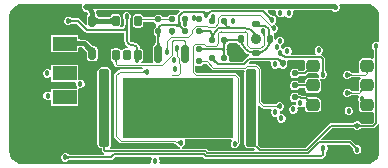
<source format=gbl>
G04*
G04 #@! TF.GenerationSoftware,Altium Limited,Altium Designer,21.6.4 (81)*
G04*
G04 Layer_Physical_Order=4*
G04 Layer_Color=16711680*
%FSLAX24Y24*%
%MOIN*%
G70*
G04*
G04 #@! TF.SameCoordinates,18F95803-63CF-49D0-9880-B3B199DA49BA*
G04*
G04*
G04 #@! TF.FilePolarity,Positive*
G04*
G01*
G75*
%ADD11C,0.0080*%
%ADD12C,0.0150*%
%ADD15C,0.0060*%
G04:AMPARAMS|DCode=28|XSize=20mil|YSize=20mil|CornerRadius=5mil|HoleSize=0mil|Usage=FLASHONLY|Rotation=180.000|XOffset=0mil|YOffset=0mil|HoleType=Round|Shape=RoundedRectangle|*
%AMROUNDEDRECTD28*
21,1,0.0200,0.0100,0,0,180.0*
21,1,0.0100,0.0200,0,0,180.0*
1,1,0.0100,-0.0050,0.0050*
1,1,0.0100,0.0050,0.0050*
1,1,0.0100,0.0050,-0.0050*
1,1,0.0100,-0.0050,-0.0050*
%
%ADD28ROUNDEDRECTD28*%
G04:AMPARAMS|DCode=29|XSize=20mil|YSize=20mil|CornerRadius=5mil|HoleSize=0mil|Usage=FLASHONLY|Rotation=270.000|XOffset=0mil|YOffset=0mil|HoleType=Round|Shape=RoundedRectangle|*
%AMROUNDEDRECTD29*
21,1,0.0200,0.0100,0,0,270.0*
21,1,0.0100,0.0200,0,0,270.0*
1,1,0.0100,-0.0050,-0.0050*
1,1,0.0100,-0.0050,0.0050*
1,1,0.0100,0.0050,0.0050*
1,1,0.0100,0.0050,-0.0050*
%
%ADD29ROUNDEDRECTD29*%
G04:AMPARAMS|DCode=37|XSize=23.6mil|YSize=35mil|CornerRadius=5.9mil|HoleSize=0mil|Usage=FLASHONLY|Rotation=180.000|XOffset=0mil|YOffset=0mil|HoleType=Round|Shape=RoundedRectangle|*
%AMROUNDEDRECTD37*
21,1,0.0236,0.0232,0,0,180.0*
21,1,0.0118,0.0350,0,0,180.0*
1,1,0.0118,-0.0059,0.0116*
1,1,0.0118,0.0059,0.0116*
1,1,0.0118,0.0059,-0.0116*
1,1,0.0118,-0.0059,-0.0116*
%
%ADD37ROUNDEDRECTD37*%
%ADD58C,0.0040*%
%ADD59C,0.0050*%
%ADD60O,0.0984X0.0394*%
%ADD61C,0.0180*%
%ADD62C,0.0200*%
%ADD63C,0.0280*%
%ADD64R,0.0787X0.0472*%
G04:AMPARAMS|DCode=65|XSize=25mil|YSize=40mil|CornerRadius=6.3mil|HoleSize=0mil|Usage=FLASHONLY|Rotation=0.000|XOffset=0mil|YOffset=0mil|HoleType=Round|Shape=RoundedRectangle|*
%AMROUNDEDRECTD65*
21,1,0.0250,0.0275,0,0,0.0*
21,1,0.0125,0.0400,0,0,0.0*
1,1,0.0125,0.0063,-0.0138*
1,1,0.0125,-0.0063,-0.0138*
1,1,0.0125,-0.0063,0.0138*
1,1,0.0125,0.0063,0.0138*
%
%ADD65ROUNDEDRECTD65*%
%ADD66R,0.3700X0.2000*%
G04:AMPARAMS|DCode=67|XSize=260mil|YSize=35mil|CornerRadius=8.8mil|HoleSize=0mil|Usage=FLASHONLY|Rotation=90.000|XOffset=0mil|YOffset=0mil|HoleType=Round|Shape=RoundedRectangle|*
%AMROUNDEDRECTD67*
21,1,0.2600,0.0175,0,0,90.0*
21,1,0.2425,0.0350,0,0,90.0*
1,1,0.0175,0.0088,0.1213*
1,1,0.0175,0.0088,-0.1213*
1,1,0.0175,-0.0088,-0.1213*
1,1,0.0175,-0.0088,0.1213*
%
%ADD67ROUNDEDRECTD67*%
G04:AMPARAMS|DCode=68|XSize=27.6mil|YSize=59.1mil|CornerRadius=6.9mil|HoleSize=0mil|Usage=FLASHONLY|Rotation=0.000|XOffset=0mil|YOffset=0mil|HoleType=Round|Shape=RoundedRectangle|*
%AMROUNDEDRECTD68*
21,1,0.0276,0.0453,0,0,0.0*
21,1,0.0138,0.0591,0,0,0.0*
1,1,0.0138,0.0069,-0.0226*
1,1,0.0138,-0.0069,-0.0226*
1,1,0.0138,-0.0069,0.0226*
1,1,0.0138,0.0069,0.0226*
%
%ADD68ROUNDEDRECTD68*%
G04:AMPARAMS|DCode=69|XSize=44mil|YSize=40mil|CornerRadius=10mil|HoleSize=0mil|Usage=FLASHONLY|Rotation=0.000|XOffset=0mil|YOffset=0mil|HoleType=Round|Shape=RoundedRectangle|*
%AMROUNDEDRECTD69*
21,1,0.0440,0.0200,0,0,0.0*
21,1,0.0240,0.0400,0,0,0.0*
1,1,0.0200,0.0120,-0.0100*
1,1,0.0200,-0.0120,-0.0100*
1,1,0.0200,-0.0120,0.0100*
1,1,0.0200,0.0120,0.0100*
%
%ADD69ROUNDEDRECTD69*%
%ADD70C,0.0354*%
G04:AMPARAMS|DCode=71|XSize=17.7mil|YSize=29.5mil|CornerRadius=4.4mil|HoleSize=0mil|Usage=FLASHONLY|Rotation=90.000|XOffset=0mil|YOffset=0mil|HoleType=Round|Shape=RoundedRectangle|*
%AMROUNDEDRECTD71*
21,1,0.0177,0.0207,0,0,90.0*
21,1,0.0089,0.0295,0,0,90.0*
1,1,0.0089,0.0103,0.0044*
1,1,0.0089,0.0103,-0.0044*
1,1,0.0089,-0.0103,-0.0044*
1,1,0.0089,-0.0103,0.0044*
%
%ADD71ROUNDEDRECTD71*%
G04:AMPARAMS|DCode=72|XSize=17.7mil|YSize=29.5mil|CornerRadius=4.4mil|HoleSize=0mil|Usage=FLASHONLY|Rotation=0.000|XOffset=0mil|YOffset=0mil|HoleType=Round|Shape=RoundedRectangle|*
%AMROUNDEDRECTD72*
21,1,0.0177,0.0207,0,0,0.0*
21,1,0.0089,0.0295,0,0,0.0*
1,1,0.0089,0.0044,-0.0103*
1,1,0.0089,-0.0044,-0.0103*
1,1,0.0089,-0.0044,0.0103*
1,1,0.0089,0.0044,0.0103*
%
%ADD72ROUNDEDRECTD72*%
G36*
X22108Y15404D02*
X22209Y15362D01*
X22296Y15296D01*
X22362Y15209D01*
X22404Y15108D01*
X22419Y15000D01*
X22418Y15000D01*
Y14166D01*
X22368Y14141D01*
X22333Y14156D01*
X22277D01*
X22226Y14135D01*
X22187Y14095D01*
X22165Y14044D01*
Y13988D01*
X22187Y13937D01*
X22200Y13924D01*
X22203Y13914D01*
X22210Y13908D01*
X22214Y13903D01*
X22217Y13898D01*
X22220Y13894D01*
X22222Y13890D01*
X22224Y13886D01*
X22225Y13883D01*
X22226Y13881D01*
X22226Y13878D01*
X22226Y13873D01*
X22229Y13867D01*
Y13618D01*
X22179Y13591D01*
X22179Y13591D01*
X22120Y13603D01*
X21880D01*
X21821Y13591D01*
X21772Y13558D01*
X21739Y13509D01*
X21727Y13450D01*
Y13250D01*
X21739Y13191D01*
X21752Y13171D01*
X21725Y13121D01*
X21500D01*
X21495Y13124D01*
X21491Y13124D01*
X21490Y13125D01*
X21488Y13125D01*
X21485Y13126D01*
X21481Y13128D01*
X21477Y13131D01*
X21472Y13134D01*
X21459Y13145D01*
X21452Y13152D01*
X21442Y13156D01*
X21429Y13169D01*
X21378Y13190D01*
X21322D01*
X21271Y13169D01*
X21231Y13129D01*
X21210Y13078D01*
Y13022D01*
X21231Y12971D01*
X21271Y12931D01*
X21322Y12910D01*
X21378D01*
X21429Y12931D01*
X21442Y12944D01*
X21452Y12948D01*
X21460Y12956D01*
X21466Y12961D01*
X21471Y12966D01*
X21477Y12969D01*
X21481Y12972D01*
X21485Y12974D01*
X21488Y12975D01*
X21490Y12975D01*
X21491Y12976D01*
X21495Y12976D01*
X21500Y12979D01*
X21787D01*
X21803Y12929D01*
X21772Y12908D01*
X21739Y12859D01*
X21727Y12800D01*
Y12600D01*
X21734Y12565D01*
X21734Y12563D01*
X21735Y12560D01*
X21735Y12560D01*
X21734Y12559D01*
X21730Y12555D01*
X21728Y12549D01*
X21700Y12521D01*
X21500D01*
X21495Y12524D01*
X21491Y12524D01*
X21490Y12524D01*
X21488Y12525D01*
X21485Y12526D01*
X21481Y12528D01*
X21477Y12531D01*
X21472Y12534D01*
X21459Y12545D01*
X21452Y12552D01*
X21442Y12556D01*
X21429Y12569D01*
X21378Y12590D01*
X21322D01*
X21271Y12569D01*
X21231Y12529D01*
X21210Y12478D01*
Y12422D01*
X21231Y12371D01*
X21271Y12331D01*
X21322Y12310D01*
X21378D01*
X21429Y12331D01*
X21442Y12344D01*
X21452Y12348D01*
X21460Y12356D01*
X21466Y12361D01*
X21471Y12366D01*
X21477Y12369D01*
X21481Y12372D01*
X21485Y12374D01*
X21488Y12375D01*
X21490Y12376D01*
X21491Y12376D01*
X21495Y12376D01*
X21500Y12379D01*
X21712D01*
X21735Y12331D01*
X21735Y12331D01*
X21730Y12326D01*
X21709Y12274D01*
Y12219D01*
X21730Y12167D01*
X21730Y12167D01*
X21727Y12150D01*
Y11950D01*
X21739Y11891D01*
X21772Y11842D01*
X21821Y11809D01*
X21880Y11797D01*
X22120D01*
X22179Y11809D01*
X22179Y11809D01*
X22229Y11782D01*
Y11487D01*
X22168Y11426D01*
X21834D01*
X21830Y11429D01*
X21828Y11428D01*
X21826Y11429D01*
X21821Y11429D01*
X21819Y11430D01*
X21817Y11430D01*
X21814Y11431D01*
X21812Y11432D01*
X21809Y11434D01*
X21806Y11436D01*
X21803Y11440D01*
X21799Y11444D01*
X21794Y11450D01*
X21785Y11455D01*
X21760Y11480D01*
X21708Y11501D01*
X21652D01*
X21601Y11480D01*
X21588Y11467D01*
X21578Y11463D01*
X21572Y11457D01*
X21567Y11453D01*
X21562Y11449D01*
X21558Y11446D01*
X21554Y11444D01*
X21551Y11443D01*
X21548Y11442D01*
X21545Y11441D01*
X21542Y11441D01*
X21537Y11440D01*
X21532Y11438D01*
X20806D01*
X20806Y11438D01*
X20776Y11432D01*
X20752Y11415D01*
X20752Y11415D01*
X19963Y10626D01*
X18457D01*
X18391Y10692D01*
X18388Y10699D01*
X18381Y10706D01*
X18376Y10712D01*
X18373Y10715D01*
X18374Y10720D01*
X18376Y10723D01*
X18375Y10724D01*
X18378Y10738D01*
Y12006D01*
X18424Y12025D01*
X18500Y11950D01*
X18523Y11934D01*
X18550Y11929D01*
X18810D01*
X18831Y11879D01*
X18810Y11828D01*
Y11772D01*
X18831Y11721D01*
X18871Y11681D01*
X18922Y11660D01*
X18969D01*
X18992Y11642D01*
X19010Y11619D01*
Y11572D01*
X19031Y11521D01*
X19071Y11481D01*
X19122Y11460D01*
X19178D01*
X19229Y11481D01*
X19269Y11521D01*
X19290Y11572D01*
Y11628D01*
X19269Y11679D01*
X19229Y11719D01*
X19178Y11740D01*
X19131D01*
X19108Y11758D01*
X19090Y11781D01*
Y11828D01*
X19111Y11860D01*
X19128D01*
X19179Y11881D01*
X19219Y11921D01*
X19240Y11972D01*
Y12028D01*
X19219Y12079D01*
X19179Y12119D01*
X19128Y12140D01*
X19072D01*
X19021Y12119D01*
X19008Y12106D01*
X18998Y12102D01*
X18990Y12094D01*
X18984Y12089D01*
X18979Y12084D01*
X18973Y12081D01*
X18969Y12078D01*
X18965Y12076D01*
X18962Y12075D01*
X18960Y12075D01*
X18959Y12074D01*
X18955Y12074D01*
X18950Y12071D01*
X18580D01*
X18476Y12175D01*
Y13232D01*
X18471Y13259D01*
X18455Y13282D01*
X18357Y13380D01*
X18334Y13396D01*
X18307Y13401D01*
X18090D01*
X18071Y13448D01*
X18121Y13498D01*
X18785D01*
X18818Y13448D01*
X18810Y13428D01*
Y13372D01*
X18831Y13321D01*
X18871Y13281D01*
X18922Y13260D01*
X18978D01*
X19029Y13281D01*
X19042Y13294D01*
X19075Y13316D01*
X19108Y13294D01*
X19121Y13281D01*
X19172Y13260D01*
X19228D01*
X19279Y13281D01*
X19319Y13321D01*
X19322Y13328D01*
X19322Y13328D01*
X19344Y13361D01*
X19352Y13400D01*
Y13500D01*
X19393Y13548D01*
X19910D01*
X19937Y13498D01*
X19927Y13450D01*
Y13250D01*
X19932Y13226D01*
X19931Y13225D01*
X19933Y13222D01*
X19934Y13217D01*
X19927Y13209D01*
X19920Y13202D01*
X19918Y13196D01*
X19898Y13176D01*
X19757D01*
X19751Y13179D01*
X19746Y13179D01*
X19744Y13189D01*
X19722Y13222D01*
X19689Y13244D01*
X19650Y13252D01*
X19550D01*
X19511Y13244D01*
X19478Y13222D01*
X19456Y13189D01*
X19448Y13150D01*
Y13050D01*
X19456Y13011D01*
X19478Y12978D01*
X19511Y12956D01*
X19550Y12948D01*
X19650D01*
X19689Y12956D01*
X19722Y12978D01*
X19744Y13011D01*
X19746Y13021D01*
X19751Y13021D01*
X19757Y13024D01*
X19930D01*
X19959Y13029D01*
X19984Y13046D01*
X20026Y13088D01*
X20032Y13090D01*
X20040Y13097D01*
X20045Y13102D01*
X20047Y13104D01*
X20052Y13103D01*
X20055Y13101D01*
X20056Y13102D01*
X20080Y13097D01*
X20320D01*
X20344Y13102D01*
X20347Y13101D01*
X20390Y13061D01*
Y13033D01*
X20412Y12982D01*
X20419Y12974D01*
X20388Y12935D01*
X20379Y12941D01*
X20320Y12953D01*
X20080D01*
X20021Y12941D01*
X19972Y12908D01*
X19939Y12859D01*
X19927Y12800D01*
Y12779D01*
X19922Y12776D01*
X19757D01*
X19751Y12779D01*
X19746Y12779D01*
X19744Y12789D01*
X19722Y12822D01*
X19689Y12844D01*
X19650Y12852D01*
X19550D01*
X19511Y12844D01*
X19478Y12822D01*
X19456Y12789D01*
X19448Y12750D01*
Y12650D01*
X19456Y12611D01*
X19478Y12578D01*
X19511Y12556D01*
X19550Y12548D01*
X19650D01*
X19689Y12556D01*
X19722Y12578D01*
X19744Y12611D01*
X19746Y12621D01*
X19751Y12621D01*
X19757Y12624D01*
X19922D01*
X19927Y12621D01*
Y12600D01*
X19939Y12541D01*
X19972Y12492D01*
X20021Y12459D01*
X20080Y12447D01*
X20320D01*
X20379Y12459D01*
X20428Y12492D01*
X20461Y12541D01*
X20473Y12600D01*
Y12800D01*
X20461Y12859D01*
X20438Y12894D01*
X20471Y12934D01*
X20502Y12921D01*
X20558D01*
X20610Y12943D01*
X20649Y12982D01*
X20670Y13033D01*
Y13089D01*
X20649Y13141D01*
X20636Y13153D01*
X20632Y13163D01*
X20627Y13168D01*
X20624Y13172D01*
X20622Y13175D01*
X20620Y13179D01*
X20618Y13182D01*
X20617Y13186D01*
X20616Y13189D01*
X20615Y13192D01*
X20615Y13196D01*
X20614Y13202D01*
X20612Y13208D01*
Y13570D01*
X20612Y13570D01*
X20606Y13601D01*
X20588Y13627D01*
X20528Y13688D01*
X20501Y13705D01*
X20499Y13706D01*
X20491Y13724D01*
X20487Y13759D01*
X20519Y13791D01*
X20540Y13842D01*
Y13898D01*
X20519Y13949D01*
X20479Y13989D01*
X20428Y14010D01*
X20372D01*
X20321Y13989D01*
X20281Y13949D01*
X20260Y13898D01*
Y13842D01*
X20281Y13791D01*
X20310Y13762D01*
X20297Y13714D01*
X20295Y13712D01*
X19480D01*
X19460Y13762D01*
X19469Y13771D01*
X19490Y13822D01*
Y13878D01*
X19469Y13929D01*
X19429Y13969D01*
X19378Y13990D01*
X19322D01*
X19271Y13969D01*
X19231Y13929D01*
X19231Y13929D01*
X19185Y13915D01*
X19158Y13937D01*
X19147Y13950D01*
Y14003D01*
X19132Y14039D01*
X19134Y14042D01*
X19185Y14064D01*
X19225Y14103D01*
X19246Y14154D01*
Y14210D01*
X19225Y14262D01*
X19185Y14301D01*
X19134Y14322D01*
X19078D01*
X19027Y14301D01*
X18987Y14262D01*
X18972Y14224D01*
X18922Y14234D01*
Y14353D01*
X18915Y14390D01*
X18901Y14410D01*
X18915Y14449D01*
X18923Y14460D01*
X18930D01*
X18981Y14482D01*
X19021Y14521D01*
X19042Y14572D01*
Y14628D01*
X19021Y14680D01*
X18981Y14719D01*
X18949Y14732D01*
X18935Y14783D01*
X18936Y14788D01*
X18956Y14808D01*
X18978Y14860D01*
Y14915D01*
X18956Y14967D01*
X18917Y15006D01*
X18865Y15028D01*
X18848D01*
X18839Y15032D01*
X18835Y15032D01*
X18834Y15032D01*
X18833Y15032D01*
X18831Y15033D01*
X18829Y15034D01*
X18826Y15036D01*
X18822Y15038D01*
X18818Y15041D01*
X18814Y15045D01*
X18808Y15050D01*
X18803Y15052D01*
X18694Y15161D01*
X18713Y15207D01*
X18945D01*
X18978Y15157D01*
X18970Y15138D01*
Y15082D01*
X18992Y15031D01*
X19031Y14991D01*
X19082Y14970D01*
X19138D01*
X19190Y14991D01*
X19224Y15026D01*
X19255Y15026D01*
X19279Y15023D01*
X19319Y14983D01*
X19370Y14962D01*
X19426D01*
X19477Y14983D01*
X19517Y15023D01*
X19538Y15074D01*
Y15130D01*
X19527Y15157D01*
X19556Y15207D01*
X20832D01*
X20864Y15176D01*
X20919Y15153D01*
X20978D01*
X21034Y15176D01*
X21076Y15219D01*
X21099Y15274D01*
Y15333D01*
X21084Y15368D01*
X21111Y15418D01*
X22000D01*
X22000Y15419D01*
X22108Y15404D01*
D02*
G37*
G36*
X16778Y15094D02*
X16771Y15088D01*
X16760Y15074D01*
X16755Y15068D01*
X16747Y15056D01*
X16744Y15049D01*
X16742Y15043D01*
X16740Y15038D01*
X16738Y15032D01*
X16670Y15138D01*
X16676Y15137D01*
X16683Y15137D01*
X16689Y15137D01*
X16695Y15139D01*
X16702Y15141D01*
X16708Y15144D01*
X16715Y15148D01*
X16722Y15153D01*
X16729Y15158D01*
X16735Y15165D01*
X16778Y15094D01*
D02*
G37*
G36*
X16590Y15167D02*
X16603Y15156D01*
X16610Y15151D01*
X16616Y15148D01*
X16622Y15145D01*
X16628Y15142D01*
X16634Y15141D01*
X16640Y15140D01*
X16645Y15140D01*
X16560Y15055D01*
X16560Y15060D01*
X16559Y15066D01*
X16558Y15072D01*
X16555Y15078D01*
X16552Y15084D01*
X16549Y15090D01*
X16544Y15097D01*
X16539Y15103D01*
X16533Y15110D01*
X16527Y15117D01*
X16583Y15173D01*
X16590Y15167D01*
D02*
G37*
G36*
X15769Y15161D02*
X15685Y15077D01*
X15665Y15047D01*
X15651Y15039D01*
X15611Y15030D01*
X15589Y15044D01*
X15550Y15052D01*
X15450D01*
X15411Y15044D01*
X15378Y15022D01*
X15356Y14989D01*
X15352Y14971D01*
X15198D01*
X15194Y14989D01*
X15172Y15022D01*
X15139Y15044D01*
X15100Y15052D01*
X15000D01*
X14961Y15044D01*
X14928Y15022D01*
X14906Y14989D01*
X14902Y14971D01*
X14543D01*
X14536Y15008D01*
X14512Y15044D01*
X14476Y15068D01*
X14433Y15077D01*
X14315D01*
X14272Y15068D01*
X14236Y15044D01*
X14212Y15008D01*
X14204Y14965D01*
Y14734D01*
X14212Y14691D01*
X14236Y14655D01*
X14272Y14631D01*
X14315Y14622D01*
X14433D01*
X14476Y14631D01*
X14512Y14655D01*
X14536Y14691D01*
X14544Y14734D01*
Y14829D01*
X14902D01*
X14906Y14811D01*
X14928Y14778D01*
X14961Y14756D01*
X14965Y14755D01*
X14988Y14699D01*
X14971Y14674D01*
X14965Y14645D01*
X14961Y14644D01*
X14928Y14622D01*
X14906Y14589D01*
X14898Y14550D01*
Y14450D01*
X14906Y14411D01*
X14928Y14378D01*
X14932Y14375D01*
X14932Y14374D01*
X14936Y14373D01*
X14952Y14362D01*
X14953Y14357D01*
X14955Y14348D01*
X14956Y14335D01*
X14956Y14319D01*
X14958Y14314D01*
Y14132D01*
X14956Y14127D01*
X14956Y14113D01*
X14955Y14102D01*
X14953Y14094D01*
X14953Y14093D01*
X14932Y14088D01*
X14893Y14062D01*
X14866Y14023D01*
X14857Y13976D01*
Y13524D01*
X14863Y13492D01*
X14834Y13442D01*
X14507D01*
X14476Y13491D01*
X14512Y13515D01*
X14536Y13551D01*
X14544Y13593D01*
Y13825D01*
X14536Y13868D01*
X14512Y13904D01*
X14476Y13928D01*
X14438Y13936D01*
X14426Y13994D01*
X14373Y14073D01*
X14294Y14126D01*
X14200Y14145D01*
Y14142D01*
X14150D01*
X14148Y14141D01*
X14108Y14158D01*
X14091Y14198D01*
X14092Y14200D01*
Y14641D01*
X14094Y14645D01*
X14092Y14652D01*
Y14859D01*
X14094Y14864D01*
X14094Y14872D01*
X14095Y14878D01*
X14095Y14883D01*
X14096Y14887D01*
X14097Y14890D01*
X14098Y14893D01*
X14099Y14894D01*
X14100Y14896D01*
X14100Y14896D01*
X14103Y14899D01*
X14106Y14908D01*
X14119Y14921D01*
X14140Y14972D01*
Y15028D01*
X14119Y15079D01*
X14079Y15119D01*
X14028Y15140D01*
X13972D01*
X13921Y15119D01*
X13881Y15079D01*
X13860Y15028D01*
Y14972D01*
X13881Y14921D01*
X13894Y14908D01*
X13897Y14899D01*
X13900Y14896D01*
X13900Y14896D01*
X13901Y14894D01*
X13902Y14893D01*
X13903Y14890D01*
X13904Y14887D01*
X13905Y14883D01*
X13905Y14878D01*
X13906Y14872D01*
X13906Y14864D01*
X13908Y14859D01*
Y14756D01*
X13906Y14752D01*
X13907Y14750D01*
X13906Y14749D01*
X13905Y14735D01*
X13904Y14724D01*
X13902Y14713D01*
X13899Y14703D01*
X13896Y14693D01*
X13891Y14684D01*
X13886Y14675D01*
X13880Y14666D01*
X13873Y14657D01*
X13864Y14647D01*
X13862Y14642D01*
X13815D01*
X13788Y14691D01*
X13796Y14734D01*
Y14965D01*
X13788Y15008D01*
X13764Y15044D01*
X13728Y15068D01*
X13685Y15077D01*
X13567D01*
X13524Y15068D01*
X13488Y15044D01*
X13484Y15038D01*
X13483Y15038D01*
X13482Y15035D01*
X13464Y15008D01*
X13462Y14995D01*
X13458Y14993D01*
X13447Y14989D01*
X13431Y14985D01*
X13411Y14982D01*
X13386Y14980D01*
X13357Y14979D01*
X13353Y14977D01*
X13130D01*
X13126Y14979D01*
X13099Y14980D01*
X13076Y14982D01*
X13058Y14985D01*
X13044Y14988D01*
X13034Y14992D01*
X13028Y14996D01*
X13026Y14998D01*
X13026Y14998D01*
X13026Y14998D01*
X13025Y15006D01*
X13023Y15010D01*
X13018Y15031D01*
X13000Y15059D01*
X12978Y15100D01*
X12978D01*
X12970Y15157D01*
X13007Y15207D01*
X15750D01*
X15769Y15161D01*
D02*
G37*
G36*
X18777Y15005D02*
X18784Y14999D01*
X18791Y14994D01*
X18797Y14990D01*
X18804Y14986D01*
X18811Y14983D01*
X18817Y14980D01*
X18824Y14979D01*
X18830Y14978D01*
X18837Y14978D01*
X18748Y14889D01*
X18747Y14895D01*
X18746Y14901D01*
X18745Y14908D01*
X18742Y14915D01*
X18739Y14921D01*
X18736Y14928D01*
X18731Y14934D01*
X18726Y14941D01*
X18721Y14948D01*
X18714Y14955D01*
X18771Y15011D01*
X18777Y15005D01*
D02*
G37*
G36*
X14059Y14931D02*
X14055Y14926D01*
X14051Y14920D01*
X14048Y14914D01*
X14046Y14907D01*
X14044Y14900D01*
X14042Y14892D01*
X14041Y14883D01*
X14040Y14875D01*
X14040Y14865D01*
X13960D01*
X13960Y14875D01*
X13959Y14883D01*
X13958Y14892D01*
X13956Y14900D01*
X13954Y14907D01*
X13952Y14914D01*
X13949Y14920D01*
X13945Y14926D01*
X13941Y14931D01*
X13937Y14936D01*
X14063D01*
X14059Y14931D01*
D02*
G37*
G36*
X15401Y14860D02*
X15401Y14864D01*
X15400Y14867D01*
X15398Y14870D01*
X15395Y14873D01*
X15391Y14875D01*
X15387Y14877D01*
X15381Y14878D01*
X15375Y14879D01*
X15368Y14880D01*
X15360Y14880D01*
Y14920D01*
X15368Y14920D01*
X15375Y14921D01*
X15381Y14922D01*
X15387Y14923D01*
X15391Y14925D01*
X15395Y14927D01*
X15398Y14930D01*
X15400Y14933D01*
X15401Y14936D01*
X15401Y14940D01*
Y14860D01*
D02*
G37*
G36*
X15149Y14936D02*
X15150Y14933D01*
X15152Y14930D01*
X15155Y14927D01*
X15159Y14925D01*
X15163Y14923D01*
X15169Y14922D01*
X15175Y14921D01*
X15182Y14920D01*
X15190Y14920D01*
Y14880D01*
X15182Y14880D01*
X15175Y14879D01*
X15169Y14878D01*
X15163Y14877D01*
X15159Y14875D01*
X15155Y14873D01*
X15152Y14870D01*
X15150Y14867D01*
X15149Y14864D01*
X15149Y14860D01*
Y14940D01*
X15149Y14936D01*
D02*
G37*
G36*
X14951Y14860D02*
X14951Y14864D01*
X14950Y14867D01*
X14948Y14870D01*
X14945Y14873D01*
X14941Y14875D01*
X14937Y14877D01*
X14931Y14878D01*
X14925Y14879D01*
X14918Y14880D01*
X14910Y14880D01*
Y14920D01*
X14918Y14920D01*
X14925Y14921D01*
X14931Y14922D01*
X14937Y14923D01*
X14941Y14925D01*
X14945Y14927D01*
X14948Y14930D01*
X14950Y14933D01*
X14951Y14936D01*
X14951Y14940D01*
Y14860D01*
D02*
G37*
G36*
X14491Y14936D02*
X14493Y14933D01*
X14495Y14930D01*
X14497Y14927D01*
X14501Y14925D01*
X14506Y14923D01*
X14511Y14922D01*
X14517Y14921D01*
X14524Y14920D01*
X14532Y14920D01*
Y14880D01*
X14524Y14880D01*
X14517Y14879D01*
X14511Y14878D01*
X14506Y14877D01*
X14501Y14875D01*
X14497Y14873D01*
X14495Y14870D01*
X14493Y14867D01*
X14491Y14864D01*
X14491Y14860D01*
Y14940D01*
X14491Y14936D01*
D02*
G37*
G36*
X12119Y14909D02*
X12124Y14905D01*
X12130Y14901D01*
X12136Y14898D01*
X12143Y14896D01*
X12150Y14894D01*
X12158Y14892D01*
X12167Y14891D01*
X12175Y14890D01*
X12185Y14890D01*
Y14810D01*
X12175Y14810D01*
X12167Y14809D01*
X12158Y14808D01*
X12150Y14806D01*
X12143Y14804D01*
X12136Y14802D01*
X12130Y14799D01*
X12124Y14795D01*
X12119Y14791D01*
X12114Y14787D01*
Y14913D01*
X12119Y14909D01*
D02*
G37*
G36*
X10500Y15418D02*
X12491D01*
X12516Y15368D01*
X12500Y15330D01*
Y15270D01*
X12523Y15215D01*
X12565Y15173D01*
X12620Y15150D01*
X12680D01*
X12718Y15115D01*
X12721Y15100D01*
X12700Y15059D01*
X12682Y15031D01*
X12673Y14987D01*
Y14741D01*
X12623Y14721D01*
X12428Y14915D01*
X12399Y14935D01*
X12364Y14942D01*
X12191D01*
X12186Y14944D01*
X12178Y14944D01*
X12172Y14945D01*
X12167Y14945D01*
X12163Y14946D01*
X12160Y14947D01*
X12157Y14948D01*
X12156Y14949D01*
X12154Y14950D01*
X12154Y14950D01*
X12151Y14953D01*
X12142Y14956D01*
X12129Y14969D01*
X12078Y14990D01*
X12022D01*
X11971Y14969D01*
X11931Y14929D01*
X11910Y14878D01*
Y14822D01*
X11931Y14771D01*
X11971Y14731D01*
X12022Y14710D01*
X12078D01*
X12129Y14731D01*
X12142Y14744D01*
X12151Y14747D01*
X12154Y14750D01*
X12154Y14750D01*
X12156Y14751D01*
X12157Y14752D01*
X12160Y14753D01*
X12163Y14754D01*
X12167Y14755D01*
X12172Y14755D01*
X12178Y14756D01*
X12186Y14756D01*
X12191Y14758D01*
X12326D01*
X12599Y14485D01*
X12628Y14465D01*
X12664Y14458D01*
X13900D01*
X13908Y14451D01*
Y14200D01*
X13905D01*
X13924Y14106D01*
X13977Y14027D01*
X14037Y13987D01*
X14022Y13937D01*
X13941D01*
X13898Y13928D01*
X13862Y13904D01*
X13839Y13869D01*
X13835Y13868D01*
X13791D01*
X13787Y13869D01*
X13764Y13904D01*
X13728Y13928D01*
X13685Y13937D01*
X13567D01*
X13524Y13928D01*
X13488Y13904D01*
X13464Y13868D01*
X13456Y13825D01*
Y13593D01*
X13464Y13551D01*
X13488Y13515D01*
X13524Y13491D01*
X13555Y13485D01*
Y13424D01*
X13560Y13397D01*
X13576Y13374D01*
X13629Y13320D01*
X13652Y13305D01*
X13679Y13299D01*
X14499D01*
X14526Y13276D01*
X14531Y13264D01*
X14532Y13249D01*
X14512Y13231D01*
X13760D01*
X13733Y13226D01*
X13710Y13210D01*
X13600Y13100D01*
X13584Y13077D01*
X13579Y13050D01*
Y11000D01*
X13584Y10973D01*
X13600Y10950D01*
X13760Y10790D01*
X13783Y10774D01*
X13810Y10769D01*
X15581D01*
X15597Y10753D01*
X15620Y10737D01*
X15641Y10733D01*
X15643Y10731D01*
X15648Y10732D01*
X15649D01*
X15655Y10729D01*
X15659Y10729D01*
X15659Y10729D01*
X15660Y10729D01*
X15661Y10728D01*
X15662Y10728D01*
X15664Y10726D01*
X15666Y10724D01*
X15669Y10720D01*
X15672Y10716D01*
X15676Y10708D01*
X15681Y10705D01*
X15683Y10699D01*
X15723Y10660D01*
X15774Y10639D01*
X15768Y10591D01*
X13456D01*
X13442Y10625D01*
X13439Y10641D01*
X13467Y10684D01*
X13478Y10738D01*
Y13162D01*
X13467Y13216D01*
X13437Y13262D01*
X13391Y13292D01*
X13338Y13303D01*
X13162D01*
X13109Y13292D01*
X13063Y13262D01*
X13033Y13216D01*
X13022Y13162D01*
Y10738D01*
X13033Y10684D01*
X13063Y10638D01*
X13109Y10608D01*
X13162Y10597D01*
X13171D01*
X13174Y10592D01*
Y10534D01*
X13179Y10505D01*
X13196Y10480D01*
X13215Y10461D01*
X13240Y10444D01*
X13253Y10442D01*
X13248Y10392D01*
X12091D01*
X12086Y10394D01*
X12078Y10394D01*
X12072Y10395D01*
X12067Y10395D01*
X12063Y10396D01*
X12060Y10397D01*
X12057Y10398D01*
X12056Y10399D01*
X12054Y10400D01*
X12054Y10400D01*
X12051Y10403D01*
X12042Y10406D01*
X12029Y10419D01*
X11978Y10440D01*
X11922D01*
X11871Y10419D01*
X11831Y10379D01*
X11810Y10328D01*
Y10272D01*
X11831Y10221D01*
X11871Y10181D01*
X11922Y10160D01*
X11978D01*
X12029Y10181D01*
X12042Y10194D01*
X12051Y10197D01*
X12054Y10200D01*
X12054Y10200D01*
X12056Y10201D01*
X12057Y10202D01*
X12060Y10203D01*
X12063Y10204D01*
X12067Y10205D01*
X12072Y10205D01*
X12078Y10206D01*
X12086Y10206D01*
X12091Y10208D01*
X13476D01*
X13511Y10215D01*
X13541Y10235D01*
X13614Y10308D01*
X14820D01*
X14840Y10258D01*
X14831Y10249D01*
X14810Y10198D01*
Y10142D01*
X14814Y10132D01*
X14781Y10082D01*
X10550D01*
X10549Y10082D01*
X10500Y10082D01*
X10453Y10088D01*
X10392Y10096D01*
X10291Y10137D01*
X10204Y10204D01*
X10137Y10291D01*
X10096Y10392D01*
X10081Y10500D01*
X10082Y10500D01*
X10082Y15000D01*
X10081Y15000D01*
X10096Y15108D01*
X10137Y15209D01*
X10204Y15296D01*
X10291Y15362D01*
X10392Y15404D01*
X10500Y15419D01*
X10500Y15418D01*
D02*
G37*
G36*
X13521Y14701D02*
X13519Y14715D01*
X13514Y14727D01*
X13506Y14739D01*
X13495Y14748D01*
X13480Y14756D01*
X13462Y14763D01*
X13441Y14768D01*
X13417Y14772D01*
X13389Y14774D01*
X13358Y14775D01*
Y14925D01*
X13389Y14926D01*
X13417Y14928D01*
X13441Y14932D01*
X13463Y14937D01*
X13480Y14944D01*
X13495Y14952D01*
X13507Y14961D01*
X13515Y14973D01*
X13520Y14985D01*
X13521Y14999D01*
X13521Y14701D01*
D02*
G37*
G36*
X12973Y14986D02*
X12977Y14973D01*
X12985Y14962D01*
X12996Y14952D01*
X13010Y14944D01*
X13027Y14937D01*
X13047Y14932D01*
X13070Y14928D01*
X13096Y14926D01*
X13125Y14925D01*
Y14775D01*
X13096Y14774D01*
X13070Y14772D01*
X13047Y14768D01*
X13027Y14763D01*
X13010Y14756D01*
X12996Y14748D01*
X12985Y14738D01*
X12977Y14727D01*
X12973Y14714D01*
X12971Y14700D01*
Y15000D01*
X12973Y14986D01*
D02*
G37*
G36*
X17327Y14763D02*
X17323Y14761D01*
X17320Y14757D01*
X17319Y14753D01*
X17319Y14747D01*
X17320Y14740D01*
X17322Y14732D01*
X17326Y14723D01*
X17331Y14713D01*
X17337Y14702D01*
X17266Y14697D01*
X17259Y14708D01*
X17246Y14726D01*
X17239Y14733D01*
X17233Y14739D01*
X17226Y14744D01*
X17220Y14748D01*
X17214Y14750D01*
X17207Y14751D01*
X17201Y14751D01*
X17332Y14764D01*
X17327Y14763D01*
D02*
G37*
G36*
X15790Y14797D02*
X15790Y14781D01*
X15791Y14744D01*
X15793Y14726D01*
X15794Y14720D01*
X15795Y14714D01*
X15797Y14711D01*
X15798Y14708D01*
X15742Y14652D01*
X15739Y14653D01*
X15736Y14655D01*
X15730Y14656D01*
X15669Y14660D01*
X15653Y14660D01*
X15630Y14740D01*
X15645Y14741D01*
X15659Y14743D01*
X15671Y14747D01*
X15681Y14753D01*
X15690Y14760D01*
X15697Y14769D01*
X15703Y14779D01*
X15707Y14791D01*
X15709Y14805D01*
X15710Y14820D01*
X15790Y14797D01*
D02*
G37*
G36*
X18445Y14741D02*
X18446Y14736D01*
X18448Y14732D01*
X18452Y14728D01*
X18457Y14724D01*
X18464Y14721D01*
X18473Y14719D01*
X18483Y14718D01*
X18494Y14717D01*
X18507Y14716D01*
X18495Y14656D01*
X18483Y14656D01*
X18447Y14654D01*
X18440Y14653D01*
X18433Y14652D01*
X18428Y14650D01*
X18424Y14649D01*
X18420Y14647D01*
X18446Y14747D01*
X18445Y14741D01*
D02*
G37*
G36*
X18815Y14699D02*
X18822Y14695D01*
X18828Y14692D01*
X18835Y14689D01*
X18843Y14687D01*
X18850Y14686D01*
X18858Y14686D01*
X18866Y14686D01*
X18874Y14687D01*
X18883Y14688D01*
X18812Y14603D01*
X18812Y14612D01*
X18811Y14620D01*
X18810Y14628D01*
X18808Y14636D01*
X18806Y14643D01*
X18803Y14650D01*
X18799Y14656D01*
X18794Y14662D01*
X18789Y14668D01*
X18784Y14673D01*
X18809Y14704D01*
X18815Y14699D01*
D02*
G37*
G36*
X14040Y14650D02*
X13960Y14473D01*
X13960Y14488D01*
X13959Y14501D01*
X13957Y14511D01*
X13955Y14520D01*
X13952Y14526D01*
X13949Y14529D01*
X13944Y14531D01*
X13940Y14530D01*
X13934Y14527D01*
X13928Y14522D01*
X13903Y14610D01*
X13914Y14622D01*
X13924Y14634D01*
X13932Y14646D01*
X13940Y14659D01*
X13946Y14672D01*
X13951Y14686D01*
X13955Y14701D01*
X13958Y14716D01*
X13959Y14731D01*
X13960Y14747D01*
X14040Y14650D01*
D02*
G37*
G36*
X16498Y14551D02*
X16500Y14546D01*
X16503Y14542D01*
X16507Y14538D01*
X16513Y14534D01*
X16520Y14532D01*
X16528Y14530D01*
X16537Y14528D01*
X16548Y14527D01*
X16560Y14527D01*
Y14467D01*
X16548Y14467D01*
X16537Y14466D01*
X16527Y14464D01*
X16519Y14462D01*
X16512Y14459D01*
X16506Y14456D01*
X16502Y14452D01*
X16499Y14448D01*
X16497Y14443D01*
X16496Y14437D01*
X16497Y14557D01*
X16498Y14551D01*
D02*
G37*
G36*
X18262Y14468D02*
X18275Y14452D01*
X18282Y14446D01*
X18288Y14440D01*
X18294Y14436D01*
X18300Y14432D01*
X18305Y14429D01*
X18311Y14427D01*
X18316Y14426D01*
X18200Y14396D01*
X18205Y14400D01*
X18209Y14405D01*
X18211Y14410D01*
X18213Y14416D01*
X18213Y14422D01*
X18211Y14429D01*
X18208Y14436D01*
X18204Y14443D01*
X18198Y14451D01*
X18192Y14460D01*
X18254Y14477D01*
X18262Y14468D01*
D02*
G37*
G36*
X18760Y14444D02*
X18762Y14433D01*
X18764Y14423D01*
X18767Y14414D01*
X18770Y14407D01*
X18774Y14402D01*
X18778Y14398D01*
X18783Y14396D01*
X18788Y14395D01*
X18794Y14396D01*
X18697Y14370D01*
X18698Y14373D01*
X18699Y14377D01*
X18700Y14382D01*
X18701Y14388D01*
X18701Y14394D01*
X18702Y14411D01*
X18701Y14431D01*
X18700Y14442D01*
X18759Y14457D01*
X18760Y14444D01*
D02*
G37*
G36*
X18608Y14442D02*
X18596Y14423D01*
X18591Y14414D01*
X18583Y14397D01*
X18581Y14389D01*
X18579Y14382D01*
X18578Y14375D01*
X18577Y14368D01*
X18537Y14362D01*
X18537Y14369D01*
X18535Y14376D01*
X18533Y14384D01*
X18530Y14391D01*
X18526Y14398D01*
X18521Y14405D01*
X18514Y14412D01*
X18508Y14419D01*
X18500Y14425D01*
X18491Y14432D01*
X18615Y14452D01*
X18608Y14442D01*
D02*
G37*
G36*
X15109Y14431D02*
X15105Y14426D01*
X15101Y14420D01*
X15098Y14414D01*
X15098Y14412D01*
X15129D01*
X15122Y14411D01*
X15115Y14409D01*
X15109Y14404D01*
X15104Y14398D01*
X15100Y14389D01*
X15096Y14379D01*
X15094Y14367D01*
X15092Y14353D01*
X15090Y14338D01*
X15090Y14320D01*
X15010D01*
X15010Y14338D01*
X15008Y14353D01*
X15006Y14367D01*
X15004Y14379D01*
X15000Y14389D01*
X14996Y14398D01*
X14991Y14404D01*
X14985Y14409D01*
X14978Y14411D01*
X14971Y14412D01*
X15002D01*
X15002Y14414D01*
X14999Y14420D01*
X14995Y14426D01*
X14991Y14431D01*
X14987Y14436D01*
X15113D01*
X15109Y14431D01*
D02*
G37*
G36*
X16908Y14380D02*
X16902Y14370D01*
X16897Y14359D01*
X16892Y14349D01*
X16889Y14338D01*
X16885Y14327D01*
X16883Y14317D01*
X16885Y14311D01*
X16887Y14307D01*
X16890Y14303D01*
X16893Y14301D01*
X16896Y14299D01*
X16900Y14299D01*
X16881D01*
X16880Y14292D01*
X16880Y14281D01*
X16864Y14299D01*
X16800D01*
X16804Y14299D01*
X16807Y14301D01*
X16810Y14303D01*
X16813Y14307D01*
X16815Y14311D01*
X16817Y14317D01*
X16818Y14324D01*
X16819Y14331D01*
X16820Y14340D01*
X16820Y14350D01*
X16850D01*
X16914Y14390D01*
X16908Y14380D01*
D02*
G37*
G36*
X17733Y14140D02*
X17732Y14146D01*
X17730Y14151D01*
X17727Y14155D01*
X17723Y14159D01*
X17717Y14163D01*
X17710Y14165D01*
X17702Y14167D01*
X17693Y14169D01*
X17682Y14170D01*
X17670Y14170D01*
Y14230D01*
X17682Y14230D01*
X17692Y14231D01*
X17702Y14233D01*
X17710Y14235D01*
X17716Y14238D01*
X17722Y14241D01*
X17726Y14245D01*
X17729Y14249D01*
X17731Y14254D01*
X17731Y14260D01*
X17733Y14140D01*
D02*
G37*
G36*
X17347Y14254D02*
X17349Y14249D01*
X17352Y14245D01*
X17357Y14241D01*
X17362Y14237D01*
X17369Y14235D01*
X17378Y14233D01*
X17387Y14231D01*
X17398Y14230D01*
X17410Y14230D01*
Y14170D01*
X17398Y14170D01*
X17387Y14169D01*
X17378Y14167D01*
X17369Y14165D01*
X17362Y14163D01*
X17357Y14159D01*
X17352Y14155D01*
X17349Y14151D01*
X17347Y14146D01*
X17347Y14140D01*
Y14260D01*
X17347Y14254D01*
D02*
G37*
G36*
X18823Y14104D02*
X18817Y14104D01*
X18811Y14103D01*
X18806Y14101D01*
X18800Y14097D01*
X18795Y14092D01*
X18789Y14085D01*
X18784Y14078D01*
X18779Y14069D01*
X18774Y14058D01*
X18769Y14046D01*
X18704Y14049D01*
X18709Y14062D01*
X18716Y14085D01*
X18717Y14094D01*
X18718Y14102D01*
X18717Y14109D01*
X18715Y14114D01*
X18712Y14119D01*
X18708Y14121D01*
X18703Y14123D01*
X18823Y14104D01*
D02*
G37*
G36*
X17892Y14121D02*
X17888Y14119D01*
X17885Y14114D01*
X17883Y14109D01*
X17882Y14102D01*
X17883Y14094D01*
X17884Y14085D01*
X17887Y14074D01*
X17891Y14062D01*
X17896Y14049D01*
X17831Y14046D01*
X17826Y14058D01*
X17821Y14069D01*
X17816Y14078D01*
X17810Y14085D01*
X17805Y14092D01*
X17800Y14097D01*
X17794Y14101D01*
X17789Y14103D01*
X17783Y14104D01*
X17777Y14104D01*
X17897Y14123D01*
X17892Y14121D01*
D02*
G37*
G36*
X15973Y14078D02*
X15974Y14071D01*
X15975Y14064D01*
X15976Y14059D01*
X15978Y14054D01*
X15980Y14051D01*
X15983Y14048D01*
X15986Y14046D01*
X15989Y14045D01*
X15993Y14044D01*
X15913D01*
X15917Y14045D01*
X15920Y14046D01*
X15923Y14048D01*
X15926Y14051D01*
X15928Y14054D01*
X15930Y14059D01*
X15931Y14064D01*
X15932Y14071D01*
X15933Y14078D01*
X15933Y14085D01*
X15973D01*
X15973Y14078D01*
D02*
G37*
G36*
X15090Y14109D02*
X15092Y14095D01*
X15094Y14083D01*
X15096Y14072D01*
X15100Y14063D01*
X15104Y14055D01*
X15109Y14049D01*
X15115Y14045D01*
X15122Y14042D01*
X15130Y14041D01*
X14970Y14043D01*
X14978Y14043D01*
X14985Y14046D01*
X14991Y14050D01*
X14996Y14056D01*
X15000Y14063D01*
X15004Y14072D01*
X15006Y14083D01*
X15008Y14095D01*
X15010Y14110D01*
X15010Y14125D01*
X15090D01*
X15090Y14109D01*
D02*
G37*
G36*
X17304Y14103D02*
X17299Y14101D01*
X17295Y14098D01*
X17291Y14093D01*
X17287Y14088D01*
X17285Y14081D01*
X17283Y14072D01*
X17281Y14063D01*
X17280Y14052D01*
X17280Y14040D01*
X17220D01*
X17220Y14052D01*
X17219Y14063D01*
X17217Y14072D01*
X17215Y14081D01*
X17213Y14088D01*
X17209Y14093D01*
X17205Y14098D01*
X17201Y14101D01*
X17196Y14103D01*
X17190Y14103D01*
X17310D01*
X17304Y14103D01*
D02*
G37*
G36*
X22361Y13944D02*
X22355Y13937D01*
X22349Y13929D01*
X22344Y13922D01*
X22340Y13914D01*
X22336Y13906D01*
X22334Y13899D01*
X22332Y13891D01*
X22331Y13883D01*
X22330Y13876D01*
X22280D01*
X22280Y13883D01*
X22279Y13891D01*
X22277Y13899D01*
X22274Y13906D01*
X22271Y13914D01*
X22267Y13922D01*
X22262Y13929D01*
X22256Y13937D01*
X22250Y13944D01*
X22242Y13952D01*
X22368D01*
X22361Y13944D01*
D02*
G37*
G36*
X15355Y13935D02*
X15357Y13927D01*
X15359Y13920D01*
X15362Y13912D01*
X15366Y13905D01*
X15371Y13897D01*
X15376Y13889D01*
X15383Y13881D01*
X15390Y13873D01*
X15398Y13864D01*
X15272D01*
X15280Y13873D01*
X15294Y13889D01*
X15300Y13897D01*
X15304Y13905D01*
X15308Y13912D01*
X15311Y13920D01*
X15313Y13927D01*
X15315Y13935D01*
X15315Y13942D01*
X15355D01*
X15355Y13935D01*
D02*
G37*
G36*
X16497Y13954D02*
X16499Y13949D01*
X16502Y13945D01*
X16507Y13941D01*
X16512Y13937D01*
X16519Y13935D01*
X16528Y13933D01*
X16537Y13931D01*
X16548Y13930D01*
X16560Y13930D01*
Y13870D01*
X16548Y13870D01*
X16537Y13869D01*
X16528Y13867D01*
X16519Y13865D01*
X16512Y13863D01*
X16507Y13859D01*
X16502Y13855D01*
X16499Y13851D01*
X16497Y13846D01*
X16497Y13840D01*
Y13960D01*
X16497Y13954D01*
D02*
G37*
G36*
X18154Y13727D02*
X18154Y13733D01*
X18153Y13739D01*
X18151Y13744D01*
X18147Y13750D01*
X18142Y13755D01*
X18135Y13761D01*
X18128Y13766D01*
X18119Y13771D01*
X18108Y13776D01*
X18096Y13781D01*
X18099Y13846D01*
X18112Y13841D01*
X18135Y13834D01*
X18144Y13833D01*
X18152Y13832D01*
X18159Y13833D01*
X18164Y13835D01*
X18168Y13838D01*
X18171Y13842D01*
X18173Y13847D01*
X18154Y13727D01*
D02*
G37*
G36*
X17271Y13929D02*
X17266Y13923D01*
X17262Y13917D01*
X17259Y13912D01*
X17257Y13906D01*
X17257Y13900D01*
X17257Y13894D01*
X17259Y13888D01*
X17262Y13883D01*
X17266Y13877D01*
X17271Y13871D01*
X17229Y13829D01*
X17220Y13837D01*
X17212Y13844D01*
X17202Y13850D01*
X17193Y13855D01*
X17183Y13860D01*
X17173Y13863D01*
X17162Y13866D01*
X17151Y13868D01*
X17139Y13870D01*
X17128Y13870D01*
Y13930D01*
X17139Y13930D01*
X17151Y13932D01*
X17162Y13934D01*
X17173Y13937D01*
X17183Y13940D01*
X17193Y13945D01*
X17202Y13950D01*
X17212Y13956D01*
X17220Y13963D01*
X17229Y13971D01*
X17271Y13929D01*
D02*
G37*
G36*
X15720Y13877D02*
X15706Y13861D01*
X15700Y13853D01*
X15696Y13845D01*
X15692Y13838D01*
X15689Y13830D01*
X15687Y13823D01*
X15685Y13815D01*
X15685Y13808D01*
X15645D01*
X15645Y13815D01*
X15643Y13823D01*
X15641Y13830D01*
X15638Y13838D01*
X15634Y13845D01*
X15629Y13853D01*
X15624Y13861D01*
X15617Y13869D01*
X15610Y13877D01*
X15602Y13886D01*
X15728D01*
X15720Y13877D01*
D02*
G37*
G36*
X18429Y13842D02*
X18431Y13838D01*
X18436Y13835D01*
X18441Y13833D01*
X18448Y13832D01*
X18456Y13833D01*
X18465Y13834D01*
X18476Y13837D01*
X18487Y13841D01*
X18501Y13846D01*
X18504Y13781D01*
X18492Y13776D01*
X18481Y13771D01*
X18472Y13766D01*
X18465Y13761D01*
X18458Y13755D01*
X18453Y13750D01*
X18449Y13744D01*
X18447Y13739D01*
X18446Y13733D01*
X18446Y13727D01*
X18427Y13847D01*
X18429Y13842D01*
D02*
G37*
G36*
X17280Y13748D02*
X17281Y13737D01*
X17283Y13728D01*
X17285Y13719D01*
X17287Y13712D01*
X17291Y13707D01*
X17295Y13702D01*
X17299Y13699D01*
X17304Y13697D01*
X17310Y13697D01*
X17190D01*
X17196Y13697D01*
X17201Y13699D01*
X17205Y13702D01*
X17209Y13707D01*
X17213Y13712D01*
X17215Y13719D01*
X17217Y13728D01*
X17219Y13737D01*
X17220Y13748D01*
X17220Y13760D01*
X17280D01*
X17280Y13748D01*
D02*
G37*
G36*
X19211Y13765D02*
X19212Y13757D01*
X19213Y13748D01*
X19215Y13740D01*
X19218Y13732D01*
X19221Y13725D01*
X19225Y13718D01*
X19229Y13711D01*
X19235Y13704D01*
X19240Y13698D01*
X19198Y13656D01*
X19192Y13662D01*
X19185Y13667D01*
X19178Y13671D01*
X19171Y13675D01*
X19164Y13678D01*
X19156Y13681D01*
X19148Y13683D01*
X19140Y13684D01*
X19131Y13685D01*
X19122Y13685D01*
X19211Y13774D01*
X19211Y13765D01*
D02*
G37*
G36*
X13662Y13535D02*
X13659Y13534D01*
X13656Y13532D01*
X13653Y13529D01*
X13651Y13525D01*
X13649Y13521D01*
X13648Y13516D01*
X13647Y13509D01*
X13646Y13502D01*
X13646Y13495D01*
X13606D01*
X13606Y13502D01*
X13605Y13509D01*
X13604Y13516D01*
X13603Y13521D01*
X13601Y13525D01*
X13599Y13529D01*
X13596Y13532D01*
X13593Y13534D01*
X13590Y13535D01*
X13586Y13536D01*
X13666D01*
X13662Y13535D01*
D02*
G37*
G36*
X17669Y14116D02*
X17679Y14116D01*
X17684Y14115D01*
X17685Y14110D01*
X17706Y14079D01*
X17737Y14058D01*
X17768Y14052D01*
X17770Y14049D01*
X17773Y14044D01*
X17776Y14036D01*
X17781Y14026D01*
X17788Y14018D01*
X17810Y13967D01*
X17900Y13850D01*
X18017Y13760D01*
X18068Y13738D01*
X18068Y13738D01*
X18067Y13687D01*
X18066Y13684D01*
X18059Y13677D01*
X18048Y13675D01*
X18018Y13655D01*
X17855Y13492D01*
X17437D01*
X17400Y13542D01*
X17402Y13550D01*
Y13650D01*
X17394Y13689D01*
X17372Y13722D01*
X17339Y13744D01*
X17335Y13745D01*
X17334Y13751D01*
X17334Y13761D01*
X17332Y13767D01*
Y13850D01*
X17332Y13850D01*
X17325Y13881D01*
X17315Y13896D01*
X17314Y13900D01*
X17315Y13904D01*
X17325Y13919D01*
X17332Y13950D01*
X17332Y13950D01*
Y14033D01*
X17334Y14039D01*
X17334Y14049D01*
X17335Y14055D01*
X17339Y14056D01*
X17372Y14078D01*
X17394Y14111D01*
X17395Y14115D01*
X17401Y14116D01*
X17411Y14116D01*
X17417Y14118D01*
X17663D01*
X17669Y14116D01*
D02*
G37*
G36*
X16499Y13536D02*
X16500Y13533D01*
X16502Y13530D01*
X16505Y13527D01*
X16509Y13525D01*
X16513Y13523D01*
X16519Y13522D01*
X16525Y13521D01*
X16532Y13520D01*
X16540Y13520D01*
Y13480D01*
X16532Y13480D01*
X16525Y13479D01*
X16519Y13478D01*
X16513Y13477D01*
X16509Y13475D01*
X16505Y13473D01*
X16502Y13470D01*
X16500Y13467D01*
X16499Y13464D01*
X16499Y13460D01*
Y13540D01*
X16499Y13536D01*
D02*
G37*
G36*
X16944Y13607D02*
X16942Y13600D01*
X16942Y13592D01*
X16945Y13582D01*
X16949Y13571D01*
X16956Y13559D01*
X16965Y13546D01*
X16977Y13532D01*
X17006Y13500D01*
X16950Y13444D01*
X16933Y13460D01*
X16904Y13485D01*
X16891Y13494D01*
X16879Y13501D01*
X16868Y13505D01*
X16858Y13508D01*
X16850Y13508D01*
X16843Y13506D01*
X16837Y13501D01*
X16949Y13613D01*
X16944Y13607D01*
D02*
G37*
G36*
X19112Y13590D02*
X19141Y13565D01*
X19155Y13555D01*
X19167Y13548D01*
X19177Y13544D01*
X19187Y13542D01*
X19195Y13542D01*
X19202Y13544D01*
X19208Y13549D01*
X19182Y13520D01*
X19205Y13499D01*
X19211Y13495D01*
X19221Y13489D01*
X19226Y13486D01*
X19231Y13485D01*
X19116Y13432D01*
X19118Y13438D01*
X19119Y13444D01*
X19119Y13450D01*
X19101Y13431D01*
X19106Y13438D01*
X19108Y13445D01*
X19107Y13454D01*
X19105Y13463D01*
X19100Y13474D01*
X19093Y13486D01*
X19084Y13499D01*
X19073Y13513D01*
X19044Y13544D01*
X19095Y13606D01*
X19112Y13590D01*
D02*
G37*
G36*
X16836Y13230D02*
X16859Y13214D01*
X16886Y13209D01*
X17892D01*
X17924Y13170D01*
X17922Y13162D01*
Y10738D01*
X17933Y10684D01*
X17963Y10638D01*
X18009Y10608D01*
X18062Y10597D01*
X18238D01*
X18271Y10569D01*
X18234Y10526D01*
X16719D01*
X16677Y10569D01*
X16652Y10586D01*
X16623Y10591D01*
X15836D01*
X15830Y10639D01*
X15881Y10660D01*
X15921Y10699D01*
X15942Y10751D01*
Y10807D01*
X15924Y10850D01*
X15937Y10881D01*
X15950Y10900D01*
X17484D01*
X17504Y10850D01*
X17480Y10826D01*
X17459Y10774D01*
Y10719D01*
X17480Y10667D01*
X17520Y10628D01*
X17571Y10606D01*
X17627D01*
X17678Y10628D01*
X17718Y10667D01*
X17739Y10719D01*
Y10731D01*
X17739Y10732D01*
X17739Y10733D01*
X17749Y10744D01*
X17753Y10748D01*
X17758Y10761D01*
X17766Y10773D01*
X17771Y10800D01*
Y12950D01*
X17766Y12977D01*
X17750Y13000D01*
X17650Y13100D01*
X17627Y13116D01*
X17600Y13121D01*
X16330D01*
X16271Y13180D01*
Y13322D01*
X16286Y13335D01*
X16321Y13354D01*
X16350Y13348D01*
X16450D01*
X16489Y13356D01*
X16522Y13378D01*
X16544Y13411D01*
X16548Y13429D01*
X16637D01*
X16836Y13230D01*
D02*
G37*
G36*
X20055Y13155D02*
X20051Y13158D01*
X20047Y13160D01*
X20043Y13160D01*
X20037Y13159D01*
X20031Y13157D01*
X20025Y13154D01*
X20018Y13150D01*
X20011Y13144D01*
X20003Y13137D01*
X19995Y13129D01*
X19959Y13165D01*
X19967Y13173D01*
X19980Y13188D01*
X19984Y13195D01*
X19987Y13201D01*
X19989Y13207D01*
X19990Y13213D01*
X19990Y13217D01*
X19988Y13221D01*
X19985Y13225D01*
X20055Y13155D01*
D02*
G37*
G36*
X20561Y13192D02*
X20562Y13184D01*
X20563Y13176D01*
X20566Y13168D01*
X20569Y13160D01*
X20572Y13153D01*
X20576Y13146D01*
X20581Y13139D01*
X20587Y13132D01*
X20593Y13126D01*
X20467D01*
X20474Y13132D01*
X20479Y13139D01*
X20484Y13146D01*
X20488Y13153D01*
X20492Y13160D01*
X20495Y13168D01*
X20497Y13176D01*
X20499Y13184D01*
X20500Y13192D01*
X20500Y13200D01*
X20560D01*
X20561Y13192D01*
D02*
G37*
G36*
X22036Y13150D02*
X22033Y13149D01*
X22030Y13147D01*
X22027Y13144D01*
X22025Y13140D01*
X22023Y13136D01*
X22022Y13130D01*
X22021Y13124D01*
X22020Y13117D01*
X22020Y13109D01*
X21980D01*
X21980Y13117D01*
X21979Y13124D01*
X21978Y13130D01*
X21977Y13136D01*
X21975Y13140D01*
X21973Y13144D01*
X21970Y13147D01*
X21967Y13149D01*
X21964Y13150D01*
X21960Y13150D01*
X22040D01*
X22036Y13150D01*
D02*
G37*
G36*
X14606Y13097D02*
X14597Y13105D01*
X14581Y13119D01*
X14573Y13125D01*
X14565Y13129D01*
X14558Y13133D01*
X14550Y13136D01*
X14543Y13138D01*
X14535Y13140D01*
X14528Y13140D01*
Y13180D01*
X14535Y13180D01*
X14543Y13182D01*
X14550Y13184D01*
X14558Y13187D01*
X14565Y13191D01*
X14573Y13195D01*
X14581Y13201D01*
X14589Y13208D01*
X14597Y13215D01*
X14606Y13223D01*
Y13097D01*
D02*
G37*
G36*
X19699Y13145D02*
X19701Y13141D01*
X19703Y13137D01*
X19707Y13134D01*
X19711Y13131D01*
X19717Y13129D01*
X19724Y13127D01*
X19731Y13126D01*
X19740Y13125D01*
X19750Y13125D01*
Y13075D01*
X19740Y13075D01*
X19731Y13074D01*
X19724Y13073D01*
X19717Y13071D01*
X19711Y13069D01*
X19707Y13066D01*
X19703Y13063D01*
X19701Y13059D01*
X19699Y13055D01*
X19699Y13050D01*
X19699Y13150D01*
X19699Y13145D01*
D02*
G37*
G36*
X21423Y13105D02*
X21439Y13091D01*
X21447Y13085D01*
X21455Y13081D01*
X21462Y13077D01*
X21470Y13074D01*
X21477Y13072D01*
X21485Y13070D01*
X21492Y13070D01*
Y13030D01*
X21485Y13030D01*
X21477Y13028D01*
X21470Y13026D01*
X21462Y13023D01*
X21455Y13019D01*
X21447Y13015D01*
X21439Y13009D01*
X21431Y13002D01*
X21423Y12995D01*
X21414Y12987D01*
Y13113D01*
X21423Y13105D01*
D02*
G37*
G36*
X19699Y12745D02*
X19701Y12741D01*
X19703Y12737D01*
X19707Y12734D01*
X19711Y12731D01*
X19717Y12729D01*
X19724Y12727D01*
X19731Y12726D01*
X19740Y12725D01*
X19750Y12725D01*
Y12675D01*
X19740Y12675D01*
X19731Y12674D01*
X19724Y12673D01*
X19717Y12671D01*
X19711Y12669D01*
X19707Y12666D01*
X19703Y12663D01*
X19701Y12659D01*
X19699Y12655D01*
X19699Y12650D01*
X19699Y12750D01*
X19699Y12745D01*
D02*
G37*
G36*
X19980Y12650D02*
X19980Y12655D01*
X19978Y12659D01*
X19976Y12663D01*
X19972Y12666D01*
X19968Y12669D01*
X19962Y12671D01*
X19955Y12673D01*
X19948Y12674D01*
X19939Y12675D01*
X19929Y12675D01*
Y12725D01*
X19939Y12725D01*
X19948Y12726D01*
X19955Y12727D01*
X19962Y12729D01*
X19968Y12731D01*
X19972Y12734D01*
X19976Y12737D01*
X19978Y12741D01*
X19980Y12745D01*
X19980Y12750D01*
Y12650D01*
D02*
G37*
G36*
X21843Y12508D02*
X21840Y12510D01*
X21837Y12511D01*
X21834Y12512D01*
X21829Y12511D01*
X21825Y12510D01*
X21820Y12508D01*
X21815Y12504D01*
X21810Y12500D01*
X21804Y12495D01*
X21797Y12489D01*
X21769Y12517D01*
X21775Y12524D01*
X21784Y12535D01*
X21788Y12540D01*
X21790Y12545D01*
X21791Y12549D01*
X21792Y12554D01*
X21791Y12557D01*
X21790Y12560D01*
X21788Y12563D01*
X21843Y12508D01*
D02*
G37*
G36*
X21423Y12505D02*
X21439Y12491D01*
X21447Y12485D01*
X21455Y12481D01*
X21462Y12477D01*
X21470Y12474D01*
X21477Y12472D01*
X21485Y12470D01*
X21492Y12470D01*
Y12430D01*
X21485Y12430D01*
X21477Y12428D01*
X21470Y12426D01*
X21462Y12423D01*
X21455Y12419D01*
X21447Y12415D01*
X21439Y12409D01*
X21431Y12402D01*
X21423Y12395D01*
X21414Y12387D01*
Y12513D01*
X21423Y12505D01*
D02*
G37*
G36*
X19036Y11937D02*
X19027Y11945D01*
X19011Y11959D01*
X19003Y11965D01*
X18995Y11969D01*
X18988Y11973D01*
X18980Y11976D01*
X18973Y11978D01*
X18965Y11980D01*
X18958Y11980D01*
Y12020D01*
X18965Y12020D01*
X18973Y12022D01*
X18980Y12024D01*
X18988Y12027D01*
X18995Y12031D01*
X19003Y12035D01*
X19011Y12041D01*
X19019Y12048D01*
X19027Y12055D01*
X19036Y12063D01*
Y11937D01*
D02*
G37*
G36*
X21616Y11298D02*
X21609Y11306D01*
X21601Y11312D01*
X21593Y11318D01*
X21586Y11323D01*
X21578Y11327D01*
X21571Y11330D01*
X21563Y11333D01*
X21555Y11335D01*
X21548Y11336D01*
X21540Y11336D01*
Y11386D01*
X21548Y11387D01*
X21555Y11388D01*
X21563Y11390D01*
X21571Y11392D01*
X21578Y11396D01*
X21586Y11400D01*
X21593Y11405D01*
X21601Y11411D01*
X21609Y11417D01*
X21616Y11424D01*
Y11298D01*
D02*
G37*
G36*
X21758Y11408D02*
X21765Y11401D01*
X21771Y11395D01*
X21778Y11390D01*
X21785Y11385D01*
X21792Y11382D01*
X21800Y11379D01*
X21807Y11377D01*
X21815Y11375D01*
X21823Y11375D01*
X21817Y11325D01*
X21809Y11325D01*
X21802Y11324D01*
X21794Y11322D01*
X21786Y11320D01*
X21778Y11316D01*
X21770Y11313D01*
X21762Y11308D01*
X21753Y11303D01*
X21736Y11291D01*
X21752Y11416D01*
X21758Y11408D01*
D02*
G37*
G36*
X22418Y11403D02*
Y10500D01*
X22419Y10500D01*
X22404Y10392D01*
X22362Y10291D01*
X22296Y10204D01*
X22209Y10137D01*
X22108Y10096D01*
X22000Y10081D01*
X22000Y10082D01*
X15119Y10082D01*
X15086Y10132D01*
X15090Y10142D01*
Y10198D01*
X15069Y10249D01*
X15060Y10258D01*
X15080Y10308D01*
X16537D01*
X16575Y10270D01*
X16605Y10250D01*
X16640Y10243D01*
X20472D01*
X20507Y10250D01*
X20537Y10270D01*
X20596Y10329D01*
X20616Y10358D01*
X20623Y10393D01*
Y10444D01*
X20623Y10446D01*
X20623Y10451D01*
Y10452D01*
X20625Y10457D01*
X20625Y10465D01*
X20626Y10470D01*
X20626Y10474D01*
X20627Y10476D01*
X20628Y10478D01*
X20628Y10479D01*
X20630Y10480D01*
X20632Y10484D01*
X20669Y10521D01*
X20690Y10572D01*
Y10628D01*
X20671Y10674D01*
X20681Y10700D01*
X20695Y10724D01*
X21418D01*
X21524Y10618D01*
X21526Y10613D01*
X21526Y10612D01*
X21526Y10612D01*
X21530Y10608D01*
X21531Y10606D01*
X21532Y10604D01*
X21534Y10602D01*
X21535Y10599D01*
X21536Y10595D01*
X21536Y10590D01*
X21537Y10585D01*
X21537Y10579D01*
X21536Y10571D01*
X21540Y10560D01*
Y10533D01*
X21562Y10482D01*
X21601Y10443D01*
X21652Y10421D01*
X21708D01*
X21760Y10443D01*
X21799Y10482D01*
X21820Y10533D01*
Y10589D01*
X21799Y10641D01*
X21760Y10680D01*
X21708Y10701D01*
X21697D01*
X21690Y10705D01*
X21681Y10706D01*
X21673Y10707D01*
X21667Y10708D01*
X21662Y10709D01*
X21657Y10711D01*
X21653Y10713D01*
X21649Y10714D01*
X21647Y10716D01*
X21644Y10718D01*
X21641Y10721D01*
X21635Y10723D01*
X21504Y10854D01*
X21479Y10871D01*
X21450Y10876D01*
X20494D01*
X20475Y10923D01*
X20837Y11285D01*
X21532D01*
X21537Y11282D01*
X21542Y11282D01*
X21545Y11282D01*
X21548Y11281D01*
X21551Y11280D01*
X21554Y11278D01*
X21558Y11276D01*
X21562Y11273D01*
X21567Y11270D01*
X21572Y11265D01*
X21578Y11259D01*
X21588Y11256D01*
X21601Y11243D01*
X21652Y11221D01*
X21708D01*
X21760Y11243D01*
X21763Y11246D01*
X21768Y11247D01*
X21783Y11258D01*
X21789Y11261D01*
X21794Y11264D01*
X21799Y11267D01*
X21804Y11268D01*
X21808Y11270D01*
X21811Y11270D01*
X21814Y11271D01*
X21819Y11271D01*
X21825Y11274D01*
X22200D01*
X22229Y11279D01*
X22254Y11296D01*
X22359Y11401D01*
X22368Y11415D01*
X22418Y11403D01*
D02*
G37*
G36*
X17714Y10786D02*
X17709Y10781D01*
X17695Y10764D01*
X17693Y10761D01*
X17691Y10758D01*
X17690Y10756D01*
X17689Y10754D01*
X17689Y10752D01*
X17665Y10807D01*
X17666Y10806D01*
X17668Y10805D01*
X17670Y10805D01*
X17672Y10805D01*
X17674Y10805D01*
X17676Y10806D01*
X17678Y10808D01*
X17681Y10809D01*
X17683Y10812D01*
X17686Y10814D01*
X17714Y10786D01*
D02*
G37*
G36*
X15723Y10736D02*
X15718Y10745D01*
X15712Y10753D01*
X15706Y10760D01*
X15700Y10766D01*
X15694Y10771D01*
X15687Y10776D01*
X15680Y10779D01*
X15673Y10781D01*
X15666Y10783D01*
X15658Y10783D01*
X15670Y10823D01*
X15676Y10824D01*
X15683Y10825D01*
X15690Y10826D01*
X15698Y10829D01*
X15706Y10832D01*
X15725Y10840D01*
X15746Y10850D01*
X15757Y10857D01*
X15723Y10736D01*
D02*
G37*
G36*
X18319Y10720D02*
X18317Y10715D01*
X18317Y10711D01*
X18318Y10705D01*
X18320Y10699D01*
X18323Y10693D01*
X18328Y10686D01*
X18334Y10678D01*
X18341Y10670D01*
X18349Y10661D01*
X18314Y10626D01*
X18305Y10634D01*
X18289Y10647D01*
X18282Y10652D01*
X18276Y10655D01*
X18270Y10657D01*
X18264Y10658D01*
X18260Y10658D01*
X18255Y10656D01*
X18252Y10654D01*
X18321Y10723D01*
X18319Y10720D01*
D02*
G37*
G36*
X13295Y10650D02*
X13291Y10649D01*
X13287Y10646D01*
X13284Y10643D01*
X13281Y10638D01*
X13279Y10632D01*
X13277Y10626D01*
X13276Y10618D01*
X13275Y10609D01*
X13275Y10600D01*
X13225D01*
X13225Y10609D01*
X13224Y10618D01*
X13223Y10626D01*
X13221Y10632D01*
X13219Y10638D01*
X13216Y10643D01*
X13213Y10646D01*
X13209Y10649D01*
X13205Y10650D01*
X13200Y10651D01*
X13300D01*
X13295Y10650D01*
D02*
G37*
G36*
X21610Y10676D02*
X21616Y10671D01*
X21623Y10667D01*
X21630Y10663D01*
X21638Y10660D01*
X21646Y10657D01*
X21655Y10655D01*
X21665Y10653D01*
X21675Y10652D01*
X21685Y10651D01*
X21591Y10568D01*
X21591Y10578D01*
X21591Y10588D01*
X21590Y10597D01*
X21589Y10606D01*
X21586Y10614D01*
X21584Y10622D01*
X21580Y10629D01*
X21576Y10636D01*
X21572Y10642D01*
X21566Y10648D01*
X21604Y10681D01*
X21610Y10676D01*
D02*
G37*
G36*
X20598Y10524D02*
X20593Y10520D01*
X20588Y10516D01*
X20584Y10511D01*
X20581Y10505D01*
X20578Y10499D01*
X20575Y10492D01*
X20573Y10485D01*
X20572Y10477D01*
X20571Y10468D01*
X20571Y10458D01*
X20491Y10478D01*
X20491Y10488D01*
X20489Y10505D01*
X20488Y10513D01*
X20485Y10527D01*
X20483Y10534D01*
X20481Y10540D01*
X20478Y10545D01*
X20475Y10551D01*
X20598Y10524D01*
D02*
G37*
G36*
X12019Y10359D02*
X12024Y10355D01*
X12030Y10351D01*
X12036Y10348D01*
X12043Y10346D01*
X12050Y10344D01*
X12058Y10342D01*
X12067Y10341D01*
X12075Y10340D01*
X12085Y10340D01*
Y10260D01*
X12075Y10260D01*
X12067Y10259D01*
X12058Y10258D01*
X12050Y10256D01*
X12043Y10254D01*
X12036Y10252D01*
X12030Y10249D01*
X12024Y10245D01*
X12019Y10241D01*
X12014Y10237D01*
Y10363D01*
X12019Y10359D01*
D02*
G37*
%LPC*%
G36*
X19650Y12452D02*
X19550D01*
X19511Y12444D01*
X19478Y12422D01*
X19456Y12389D01*
X19448Y12350D01*
Y12250D01*
X19456Y12211D01*
X19478Y12178D01*
X19511Y12156D01*
X19550Y12148D01*
X19626D01*
X19635Y12135D01*
Y12079D01*
X19639Y12069D01*
X19601Y12030D01*
X19578Y12040D01*
X19522D01*
X19471Y12019D01*
X19431Y11979D01*
X19410Y11928D01*
Y11872D01*
X19431Y11821D01*
X19471Y11781D01*
X19522Y11760D01*
X19578D01*
X19629Y11781D01*
X19669Y11821D01*
X19690Y11872D01*
Y11928D01*
X19686Y11938D01*
X19724Y11977D01*
X19747Y11967D01*
X19803D01*
X19854Y11988D01*
X19877Y12011D01*
X19927Y11990D01*
Y11950D01*
X19939Y11891D01*
X19972Y11842D01*
X20021Y11809D01*
X20080Y11797D01*
X20320D01*
X20379Y11809D01*
X20428Y11842D01*
X20461Y11891D01*
X20473Y11950D01*
Y12150D01*
X20461Y12209D01*
X20428Y12258D01*
X20379Y12291D01*
X20320Y12303D01*
X20080D01*
X20056Y12298D01*
X20055Y12299D01*
X20052Y12297D01*
X20047Y12296D01*
X20039Y12303D01*
X20032Y12310D01*
X20026Y12312D01*
X20010Y12328D01*
X19986Y12344D01*
X19956Y12350D01*
X19825D01*
X19821Y12354D01*
X19796Y12371D01*
X19767Y12376D01*
X19757D01*
X19751Y12379D01*
X19746Y12379D01*
X19744Y12389D01*
X19722Y12422D01*
X19689Y12444D01*
X19650Y12452D01*
D02*
G37*
G36*
X21428Y11990D02*
X21372D01*
X21321Y11969D01*
X21281Y11929D01*
X21260Y11878D01*
Y11822D01*
X21281Y11771D01*
X21321Y11731D01*
X21372Y11710D01*
X21428D01*
X21479Y11731D01*
X21519Y11771D01*
X21540Y11822D01*
Y11878D01*
X21519Y11929D01*
X21479Y11969D01*
X21428Y11990D01*
D02*
G37*
%LPD*%
G36*
X19699Y12345D02*
X19701Y12341D01*
X19703Y12337D01*
X19707Y12334D01*
X19711Y12331D01*
X19717Y12329D01*
X19724Y12327D01*
X19731Y12326D01*
X19740Y12325D01*
X19750Y12325D01*
Y12275D01*
X19740Y12275D01*
X19731Y12274D01*
X19724Y12273D01*
X19717Y12271D01*
X19711Y12269D01*
X19707Y12266D01*
X19703Y12263D01*
X19701Y12259D01*
X19699Y12255D01*
X19699Y12250D01*
X19699Y12350D01*
X19699Y12345D01*
D02*
G37*
G36*
X20003Y12263D02*
X20018Y12250D01*
X20025Y12246D01*
X20031Y12243D01*
X20037Y12241D01*
X20043Y12240D01*
X20047Y12240D01*
X20051Y12242D01*
X20055Y12245D01*
X19985Y12175D01*
X19988Y12179D01*
X19990Y12183D01*
X19990Y12187D01*
X19989Y12193D01*
X19987Y12199D01*
X19984Y12205D01*
X19980Y12212D01*
X19974Y12219D01*
X19967Y12227D01*
X19959Y12235D01*
X19995Y12271D01*
X20003Y12263D01*
D02*
G37*
%LPC*%
G36*
X12374Y14376D02*
X11486D01*
Y13804D01*
X12374D01*
Y13939D01*
X12376Y13944D01*
X12377Y13952D01*
X12377Y13953D01*
X12378Y13953D01*
X12379Y13955D01*
X12385Y13958D01*
X12394Y13962D01*
X12408Y13965D01*
X12425Y13968D01*
X12447Y13970D01*
X12474Y13971D01*
X12478Y13973D01*
X12522D01*
X12578Y13917D01*
X12579Y13913D01*
X12633Y13855D01*
X12652Y13831D01*
X12667Y13810D01*
X12673Y13800D01*
Y13740D01*
X12672Y13738D01*
X12673Y13736D01*
Y13730D01*
X12673Y13730D01*
X12673Y13729D01*
Y13613D01*
X12682Y13569D01*
X12706Y13531D01*
X12744Y13507D01*
X12787Y13498D01*
X12912D01*
X12956Y13507D01*
X12994Y13531D01*
X13018Y13569D01*
X13027Y13613D01*
Y13887D01*
X13018Y13931D01*
X12994Y13969D01*
X12976Y13980D01*
X12975Y13983D01*
X12966Y13987D01*
X12956Y13993D01*
X12954Y13994D01*
X12948Y13998D01*
X12925Y14003D01*
X12904Y14009D01*
X12884Y14016D01*
X12865Y14024D01*
X12846Y14033D01*
X12828Y14043D01*
X12811Y14055D01*
X12794Y14067D01*
X12779Y14080D01*
X12762Y14095D01*
X12758Y14097D01*
X12665Y14190D01*
X12624Y14218D01*
X12575Y14227D01*
X12478D01*
X12474Y14229D01*
X12447Y14230D01*
X12425Y14232D01*
X12408Y14235D01*
X12394Y14238D01*
X12385Y14242D01*
X12379Y14245D01*
X12378Y14247D01*
X12377Y14247D01*
X12377Y14248D01*
X12376Y14256D01*
X12374Y14260D01*
Y14376D01*
D02*
G37*
G36*
Y13396D02*
X11486D01*
Y13232D01*
X11436Y13212D01*
X11429Y13219D01*
X11378Y13240D01*
X11322D01*
X11271Y13219D01*
X11231Y13179D01*
X11210Y13128D01*
Y13072D01*
X11231Y13021D01*
X11271Y12981D01*
X11322Y12960D01*
X11378D01*
X11429Y12981D01*
X11436Y12988D01*
X11486Y12968D01*
Y12824D01*
X12284D01*
X12312Y12782D01*
X12310Y12778D01*
Y12722D01*
X12331Y12671D01*
X12338Y12664D01*
X12343Y12615D01*
X12335Y12596D01*
X12332Y12596D01*
X12332Y12596D01*
X12332Y12596D01*
X11486D01*
Y12500D01*
X11459Y12485D01*
X11436Y12477D01*
X11390Y12496D01*
X11334D01*
X11282Y12475D01*
X11243Y12435D01*
X11222Y12384D01*
Y12328D01*
X11243Y12277D01*
X11282Y12237D01*
X11334Y12216D01*
X11390D01*
X11436Y12235D01*
X11459Y12227D01*
X11486Y12212D01*
Y12024D01*
X12374D01*
X12374Y12576D01*
X12385Y12585D01*
X12423Y12610D01*
X12478D01*
X12529Y12631D01*
X12569Y12671D01*
X12590Y12722D01*
Y12778D01*
X12569Y12829D01*
X12529Y12869D01*
X12478Y12890D01*
X12422D01*
X12415Y12887D01*
X12374Y12915D01*
Y13396D01*
D02*
G37*
%LPD*%
G36*
X12324Y14236D02*
X12328Y14223D01*
X12336Y14212D01*
X12347Y14202D01*
X12360Y14194D01*
X12377Y14187D01*
X12396Y14182D01*
X12419Y14178D01*
X12444Y14176D01*
X12472Y14175D01*
Y14025D01*
X12444Y14024D01*
X12419Y14022D01*
X12396Y14018D01*
X12377Y14013D01*
X12360Y14006D01*
X12347Y13998D01*
X12336Y13988D01*
X12328Y13977D01*
X12324Y13964D01*
X12322Y13950D01*
Y14024D01*
X12298Y14021D01*
X12287Y14019D01*
X12277Y14017D01*
X12269Y14014D01*
X12261Y14010D01*
X12255Y14006D01*
X12250Y14002D01*
X12133Y14100D01*
X12250Y14198D01*
X12255Y14194D01*
X12261Y14190D01*
X12269Y14186D01*
X12277Y14183D01*
X12287Y14181D01*
X12298Y14179D01*
X12310Y14177D01*
X12322Y14176D01*
Y14250D01*
X12324Y14236D01*
D02*
G37*
G36*
X12133Y14100D02*
X12036Y14018D01*
X12035Y14020D01*
X12031Y14021D01*
X11964Y14025D01*
X11948Y14025D01*
Y14175D01*
X12002Y14176D01*
X12020Y14177D01*
X12026Y14178D01*
X12031Y14179D01*
X12035Y14180D01*
X12036Y14182D01*
X12133Y14100D01*
D02*
G37*
G36*
X12743Y14040D02*
X12761Y14024D01*
X12780Y14010D01*
X12800Y13997D01*
X12821Y13985D01*
X12842Y13975D01*
X12865Y13966D01*
X12888Y13958D01*
X12912Y13951D01*
X12936Y13945D01*
X12726Y13738D01*
X12735Y13749D01*
X12739Y13763D01*
X12739Y13779D01*
X12734Y13797D01*
X12726Y13817D01*
X12713Y13839D01*
X12696Y13864D01*
X12674Y13890D01*
X12619Y13950D01*
X12725Y14056D01*
X12743Y14040D01*
D02*
G37*
D11*
X15150Y14700D02*
G03*
X15050Y14600I0J-100D01*
G01*
X14350Y13900D02*
G03*
X14200Y14050I-150J0D01*
G01*
X14350Y13733D02*
G03*
X14374Y13709I24J0D01*
G01*
X14000Y14200D02*
G03*
X14150Y14050I150J0D01*
G01*
X13576Y10400D02*
X16575D01*
X16640Y10335D01*
X13476Y10300D02*
X13576Y10400D01*
X16640Y10335D02*
X20472D01*
X20531Y10581D02*
X20550Y10600D01*
X20472Y10335D02*
X20531Y10393D01*
Y10581D01*
X11950Y10300D02*
X13476D01*
X16550Y15150D02*
X16650Y15050D01*
X16677D02*
X16797Y15170D01*
X16650Y15050D02*
X16677D01*
X16797Y15170D02*
X18555D01*
X15888Y15150D02*
X16550D01*
X18555Y15170D02*
X18838Y14888D01*
X14000Y14200D02*
Y14650D01*
X15770Y14675D02*
X15945Y14500D01*
X15950D01*
X15750Y14700D02*
X15770Y14680D01*
Y14675D02*
Y14680D01*
X15150Y14700D02*
X15750D01*
X15050Y14500D02*
Y14600D01*
X15750Y15012D02*
X15888Y15150D01*
X15750Y14700D02*
Y15012D01*
X19055Y13590D02*
X19200Y13445D01*
X18083Y13590D02*
X19055D01*
X19200Y13400D02*
Y13445D01*
X17893Y13400D02*
X18083Y13590D01*
X17050Y13400D02*
X17893D01*
X16850Y13600D02*
X17050Y13400D01*
X15050Y13750D02*
Y14500D01*
X15047Y13750D02*
X15050D01*
X14150Y14050D02*
X14200D01*
X14350Y13733D02*
Y13900D01*
X14000Y14650D02*
Y15000D01*
X13900Y14550D02*
X14000Y14650D01*
X12664Y14550D02*
X13900D01*
X12050Y14850D02*
X12364D01*
X12664Y14550D01*
D12*
X12850Y15100D02*
G03*
X12650Y15300I-200J0D01*
G01*
X12698Y15335D02*
X20904D01*
X12650Y15300D02*
X12664D01*
X12698Y15335D01*
X20904D02*
X20935Y15303D01*
X20949D01*
X12850Y14850D02*
X13626D01*
X12850D02*
Y15100D01*
X13626Y14849D02*
Y14850D01*
X11940Y14100D02*
X12575D01*
X11930Y14090D02*
X11940Y14100D01*
X12575D02*
X12850Y13825D01*
Y13750D02*
Y13825D01*
D15*
X17063Y14600D02*
G03*
X17025Y14586I0J-60D01*
G01*
X17818Y14250D02*
G03*
X18300Y13769I481J0D01*
G01*
D02*
G03*
X18781Y14250I0J482D01*
G01*
X18300Y14250D02*
G03*
X17950Y14600I-350J0D01*
G01*
X17250Y14850D02*
G03*
X17500Y14600I250J0D01*
G01*
X20530Y13061D02*
Y13570D01*
X19121Y13775D02*
X19266Y13630D01*
X20470D01*
X20530Y13570D01*
X16990Y14551D02*
X17025Y14586D01*
X16850Y14350D02*
X16990Y14551D01*
X16400Y14500D02*
X16403Y14497D01*
X16850Y14350D02*
Y14412D01*
X16765Y14497D02*
X16850Y14412D01*
X16403Y14497D02*
X16765D01*
X17063Y14600D02*
X17500D01*
X16400Y13900D02*
X17200D01*
X17768Y14200D02*
X17818Y14250D01*
Y14250D02*
Y14250D01*
X17500Y14600D02*
X17950D01*
X18723Y14525D02*
X18737Y14353D01*
X18723Y14525D02*
Y14580D01*
X18403Y14687D02*
X18618Y14685D01*
X18300Y14732D02*
X18403Y14687D01*
X18618Y14685D02*
X18723Y14580D01*
X18737Y14353D02*
X18781Y14250D01*
X16850Y14200D02*
Y14350D01*
X17250Y14200D02*
X17768D01*
X17250Y13950D02*
Y14200D01*
X17200Y13900D02*
X17250Y13950D01*
Y13600D02*
Y13850D01*
X17200Y13900D02*
X17250Y13850D01*
D28*
X16400Y14500D02*
D03*
Y14900D02*
D03*
Y13900D02*
D03*
Y13500D02*
D03*
X15050Y14500D02*
D03*
Y14900D02*
D03*
X15500D02*
D03*
Y14500D02*
D03*
X15950D02*
D03*
Y14900D02*
D03*
D29*
X16850Y14850D02*
D03*
X17250D02*
D03*
Y13600D02*
D03*
X16850D02*
D03*
Y14200D02*
D03*
X17250D02*
D03*
X19200Y13450D02*
D03*
X19600D02*
D03*
X19200Y12700D02*
D03*
X19600D02*
D03*
X19200Y12300D02*
D03*
X19600D02*
D03*
X19200Y13100D02*
D03*
X19600D02*
D03*
D37*
X13626Y13709D02*
D03*
X14000D02*
D03*
X14374D02*
D03*
Y14849D02*
D03*
X13626D02*
D03*
D58*
X18000Y14446D02*
G03*
X17972Y14484I-40J0D01*
G01*
X17150Y14490D02*
G03*
X17050Y14390I0J-100D01*
G01*
X17958Y14488D02*
G03*
X17946Y14490I-12J-38D01*
G01*
X16983Y14010D02*
G03*
X17005Y14016I-0J40D01*
G01*
D02*
G03*
X17050Y14100I-55J84D01*
G01*
X15648Y10803D02*
X15778D01*
X13810Y10840D02*
X15611D01*
X13650Y11000D02*
X13810Y10840D01*
X15778Y10803D02*
X15802Y10779D01*
X15611Y10840D02*
X15648Y10803D01*
X17600Y10700D02*
X17700Y10800D01*
X16300Y13050D02*
X17600D01*
X17700Y10800D02*
Y12950D01*
X18000Y14050D02*
Y14446D01*
X17600Y13050D02*
X17700Y12950D01*
X17958Y14488D02*
X17972Y14484D01*
X13650Y11000D02*
Y13050D01*
X13760Y13160D02*
X14670D01*
X13650Y13050D02*
X13760Y13160D01*
X19200Y12126D02*
X19350Y11976D01*
X19200Y12126D02*
Y12300D01*
X19350Y11100D02*
Y11976D01*
X21950Y13050D02*
X22000Y13100D01*
X21350Y13050D02*
X21950D01*
X13679Y13371D02*
X15174D01*
X13626Y13424D02*
Y13709D01*
Y13424D02*
X13679Y13371D01*
X15665Y13685D02*
Y13950D01*
Y13685D02*
X15735Y13615D01*
X17146Y15030D02*
X18455D01*
X17050Y14934D02*
X17146Y15030D01*
X17050Y14766D02*
Y14934D01*
X19261Y13161D02*
X19311D01*
X19200Y13100D02*
X19261Y13161D01*
X19311D02*
X19600Y13450D01*
X19200Y12700D02*
Y13100D01*
Y12300D02*
Y12700D01*
X22000Y13100D02*
Y13350D01*
X21730Y12450D02*
X21980Y12700D01*
X21350Y12450D02*
X21730D01*
X21980Y12700D02*
X22000D01*
X17943Y13280D02*
X17993Y13330D01*
X18307D02*
X18405Y13232D01*
X16886Y13280D02*
X17943D01*
X17993Y13330D02*
X18307D01*
X18550Y12000D02*
X19100D01*
X18405Y12145D02*
X18550Y12000D01*
X16266Y14650D02*
X16280D01*
X16300Y14670D01*
X16680D01*
X16171Y14554D02*
X16266Y14650D01*
X16680Y14670D02*
X16710Y14640D01*
X16924D01*
X17050Y14766D01*
X16171Y14437D02*
Y14554D01*
X15468Y14300D02*
X16034D01*
X16171Y14437D01*
X15174Y13371D02*
X15339Y13536D01*
X15500Y13030D02*
X15700D01*
X15770Y13100D01*
X15505Y13725D02*
Y13870D01*
X15735Y13462D02*
Y13615D01*
X15339Y13559D02*
X15505Y13725D01*
X15735Y13462D02*
X15770Y13427D01*
X15339Y13536D02*
Y13559D01*
X15770Y13100D02*
Y13427D01*
X15335Y13800D02*
Y14168D01*
X15495Y14145D02*
X15550Y14200D01*
X15495Y13880D02*
Y14145D01*
Y13880D02*
X15505Y13870D01*
X15953Y13750D02*
Y14147D01*
X15900Y14200D02*
X15953Y14147D01*
X15550Y14200D02*
X15900D01*
X15335Y14168D02*
X15468Y14300D01*
X18405Y12145D02*
Y13232D01*
X16400Y13500D02*
X16666D01*
X16886Y13280D01*
X16200Y13150D02*
X16300Y13050D01*
X16200Y13150D02*
Y14000D01*
X16280Y14080D01*
X14374Y14849D02*
X14425Y14900D01*
X15050D01*
X15500D01*
X16983Y14010D02*
X16983D01*
X16565Y14080D02*
X16635Y14010D01*
X16280Y14080D02*
X16565D01*
X16635Y14010D02*
X16983D01*
X18100Y13950D02*
X18450D01*
X18000Y14050D02*
X18100Y13950D01*
X18450D02*
X18557Y14057D01*
X17150Y14490D02*
X17946D01*
X17050Y14100D02*
Y14390D01*
X18543Y14505D02*
X18557Y14491D01*
Y14057D02*
Y14491D01*
X18796Y14688D02*
X18902Y14600D01*
X18773Y14712D02*
X18796Y14688D01*
X18455Y15030D02*
X18773Y14712D01*
D59*
X16623Y10515D02*
X16688Y10450D01*
X13250Y10534D02*
X13269Y10515D01*
X16623D01*
X13250Y10534D02*
Y11950D01*
X20050Y10450D02*
X20400Y10800D01*
X16688Y10450D02*
X20050D01*
X18150Y10825D02*
X18425Y10550D01*
X19994D02*
X20806Y11361D01*
X18425Y10550D02*
X19994D01*
X19600Y12300D02*
X19767D01*
X19793Y12274D01*
X19956D01*
X20180Y12050D01*
X19105Y14183D02*
X19106Y14182D01*
X19600Y12700D02*
X20200D01*
X20180Y12050D02*
X20200D01*
X19930Y13100D02*
X20180Y13350D01*
X20200D01*
X19600Y13100D02*
X19930D01*
X20806Y11361D02*
X21680D01*
X20400Y10800D02*
X21450D01*
X21700Y10550D01*
X18150Y10825D02*
Y11950D01*
X21700Y11350D02*
X22200D01*
X22305Y11455D01*
Y14016D01*
D60*
X10900Y13600D02*
D03*
Y11860D02*
D03*
D61*
X20400Y13870D02*
D03*
X11350Y13100D02*
D03*
X11362Y12356D02*
D03*
X12450Y12750D02*
D03*
X15545Y10680D02*
D03*
X14950Y10170D02*
D03*
X17835Y13050D02*
D03*
X12030Y13111D02*
D03*
X12200Y11450D02*
D03*
X12180Y12211D02*
D03*
X19398Y15102D02*
D03*
X16999Y10615D02*
D03*
X11000Y11350D02*
D03*
Y11100D02*
D03*
X10950Y14300D02*
D03*
X12850Y11500D02*
D03*
X19950Y11100D02*
D03*
X19350D02*
D03*
X21350Y13050D02*
D03*
X20530Y13061D02*
D03*
X10499Y10296D02*
D03*
Y15146D02*
D03*
X19110Y15110D02*
D03*
X16650Y15050D02*
D03*
X16884Y14980D02*
D03*
X17649Y13946D02*
D03*
Y13696D02*
D03*
X16241Y14960D02*
D03*
X15665Y13950D02*
D03*
X10950Y14050D02*
D03*
X12899Y13346D02*
D03*
X14749Y15096D02*
D03*
X19850Y12450D02*
D03*
X19950Y13800D02*
D03*
X19550Y11900D02*
D03*
X19400Y14850D02*
D03*
X15950Y14750D02*
D03*
X15499Y14496D02*
D03*
X13149Y14246D02*
D03*
X20550Y11400D02*
D03*
X13600Y10800D02*
D03*
X21700Y14700D02*
D03*
Y13900D02*
D03*
X20800Y13050D02*
D03*
X20750Y12300D02*
D03*
X21350Y12450D02*
D03*
X21849Y12246D02*
D03*
X19106Y14182D02*
D03*
X19121Y13775D02*
D03*
X19007Y13975D02*
D03*
X21400Y11850D02*
D03*
X19775Y12107D02*
D03*
X18950Y13400D02*
D03*
X19350Y13850D02*
D03*
X17547Y14835D02*
D03*
X19150Y11600D02*
D03*
X18950Y11800D02*
D03*
X19100Y12000D02*
D03*
X14670Y13160D02*
D03*
X15565Y13545D02*
D03*
X15335Y13800D02*
D03*
X14347Y13546D02*
D03*
X15600Y13250D02*
D03*
X17599Y10746D02*
D03*
X18902Y14600D02*
D03*
X18543Y14505D02*
D03*
X15802Y10779D02*
D03*
X21680Y11361D02*
D03*
X22305Y14016D02*
D03*
X21680Y10561D02*
D03*
X18838Y14888D02*
D03*
X19200Y13400D02*
D03*
X15050Y14500D02*
D03*
X20550Y10600D02*
D03*
X11950Y10300D02*
D03*
X14000Y15000D02*
D03*
X12050Y14850D02*
D03*
D62*
X20949Y15303D02*
D03*
X12650Y15300D02*
D03*
D63*
X12150Y14100D02*
D03*
D64*
X11930Y14090D02*
D03*
Y13110D02*
D03*
Y12310D02*
D03*
Y11340D02*
D03*
D65*
X12850Y13750D02*
D03*
Y14850D02*
D03*
D66*
X15700Y11950D02*
D03*
D67*
X18150D02*
D03*
X13250D02*
D03*
D68*
X15047Y13750D02*
D03*
X15953D02*
D03*
D69*
X20200Y12050D02*
D03*
Y13350D02*
D03*
X22000D02*
D03*
Y12050D02*
D03*
X20200Y12700D02*
D03*
X22000D02*
D03*
D70*
X18300Y14250D02*
D03*
D71*
X18300Y14732D02*
D03*
Y13769D02*
D03*
D72*
X17818Y14250D02*
D03*
X18781D02*
D03*
M02*

</source>
